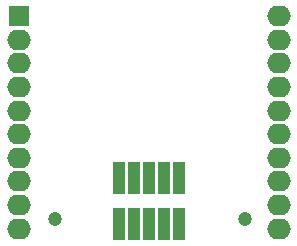
<source format=gbs>
G04 #@! TF.GenerationSoftware,KiCad,Pcbnew,no-vcs-found-96b3286~58~ubuntu16.10.1*
G04 #@! TF.CreationDate,2017-03-05T12:49:51+01:00*
G04 #@! TF.ProjectId,cc2538module,6363323533386D6F64756C652E6B6963,rev?*
G04 #@! TF.FileFunction,Soldermask,Bot*
G04 #@! TF.FilePolarity,Negative*
%FSLAX46Y46*%
G04 Gerber Fmt 4.6, Leading zero omitted, Abs format (unit mm)*
G04 Created by KiCad (PCBNEW no-vcs-found-96b3286~58~ubuntu16.10.1) date Sun Mar  5 12:49:51 2017*
%MOMM*%
%LPD*%
G01*
G04 APERTURE LIST*
%ADD10C,0.150000*%
%ADD11R,1.140000X2.800000*%
%ADD12O,2.000000X1.760000*%
%ADD13R,1.760000X1.760000*%
%ADD14C,1.200000*%
G04 APERTURE END LIST*
D10*
D11*
X93138158Y-72730794D03*
X91868158Y-72730794D03*
X90598158Y-72730794D03*
X89328158Y-72730794D03*
X88058158Y-72730794D03*
X93138158Y-76630794D03*
X91868158Y-76630794D03*
X90598158Y-76630794D03*
X89328158Y-76630794D03*
X88058158Y-76630794D03*
D12*
X101608680Y-77061080D03*
X101608680Y-75061080D03*
X101608680Y-73061080D03*
X101608680Y-71061080D03*
X101608680Y-69061080D03*
X101608680Y-67061080D03*
X101608680Y-65061080D03*
X101608680Y-63061080D03*
X101608680Y-61061080D03*
X101608680Y-59061080D03*
D13*
X79608680Y-59061080D03*
D12*
X79608680Y-61061080D03*
X79608680Y-63061080D03*
X79608680Y-65061080D03*
X79608680Y-67061080D03*
X79608680Y-69061080D03*
X79608680Y-71061080D03*
X79608680Y-73061080D03*
X79608680Y-75061080D03*
X79608680Y-77061080D03*
X79608680Y-77061080D03*
X79608680Y-75061080D03*
X79608680Y-73061080D03*
X79608680Y-71061080D03*
X79608680Y-69061080D03*
X79608680Y-67061080D03*
X79608680Y-65061080D03*
X79608680Y-63061080D03*
X79608680Y-61061080D03*
D13*
X79608680Y-59061080D03*
D12*
X101608680Y-59061080D03*
X101608680Y-61061080D03*
X101608680Y-63061080D03*
X101608680Y-65061080D03*
X101608680Y-67061080D03*
X101608680Y-69061080D03*
X101608680Y-71061080D03*
X101608680Y-73061080D03*
X101608680Y-75061080D03*
X101608680Y-77061080D03*
D11*
X88058158Y-76630794D03*
X89328158Y-76630794D03*
X90598158Y-76630794D03*
X91868158Y-76630794D03*
X93138158Y-76630794D03*
X88058158Y-72730794D03*
X89328158Y-72730794D03*
X90598158Y-72730794D03*
X91868158Y-72730794D03*
X93138158Y-72730794D03*
X93138158Y-72730794D03*
X91868158Y-72730794D03*
X90598158Y-72730794D03*
X89328158Y-72730794D03*
X88058158Y-72730794D03*
X93138158Y-76630794D03*
X91868158Y-76630794D03*
X90598158Y-76630794D03*
X89328158Y-76630794D03*
X88058158Y-76630794D03*
D12*
X101608680Y-77061080D03*
X101608680Y-75061080D03*
X101608680Y-73061080D03*
X101608680Y-71061080D03*
X101608680Y-69061080D03*
X101608680Y-67061080D03*
X101608680Y-65061080D03*
X101608680Y-63061080D03*
X101608680Y-61061080D03*
X101608680Y-59061080D03*
D13*
X79608680Y-59061080D03*
D12*
X79608680Y-61061080D03*
X79608680Y-63061080D03*
X79608680Y-65061080D03*
X79608680Y-67061080D03*
X79608680Y-69061080D03*
X79608680Y-71061080D03*
X79608680Y-73061080D03*
X79608680Y-75061080D03*
X79608680Y-77061080D03*
X79608680Y-77061080D03*
X79608680Y-75061080D03*
X79608680Y-73061080D03*
X79608680Y-71061080D03*
X79608680Y-69061080D03*
X79608680Y-67061080D03*
X79608680Y-65061080D03*
X79608680Y-63061080D03*
X79608680Y-61061080D03*
D13*
X79608680Y-59061080D03*
D12*
X101608680Y-59061080D03*
X101608680Y-61061080D03*
X101608680Y-63061080D03*
X101608680Y-65061080D03*
X101608680Y-67061080D03*
X101608680Y-69061080D03*
X101608680Y-71061080D03*
X101608680Y-73061080D03*
X101608680Y-75061080D03*
X101608680Y-77061080D03*
D11*
X88058158Y-76630794D03*
X89328158Y-76630794D03*
X90598158Y-76630794D03*
X91868158Y-76630794D03*
X93138158Y-76630794D03*
X88058158Y-72730794D03*
X89328158Y-72730794D03*
X90598158Y-72730794D03*
X91868158Y-72730794D03*
X93138158Y-72730794D03*
D14*
X98770440Y-76278000D03*
X82677000Y-76278000D03*
M02*

</source>
